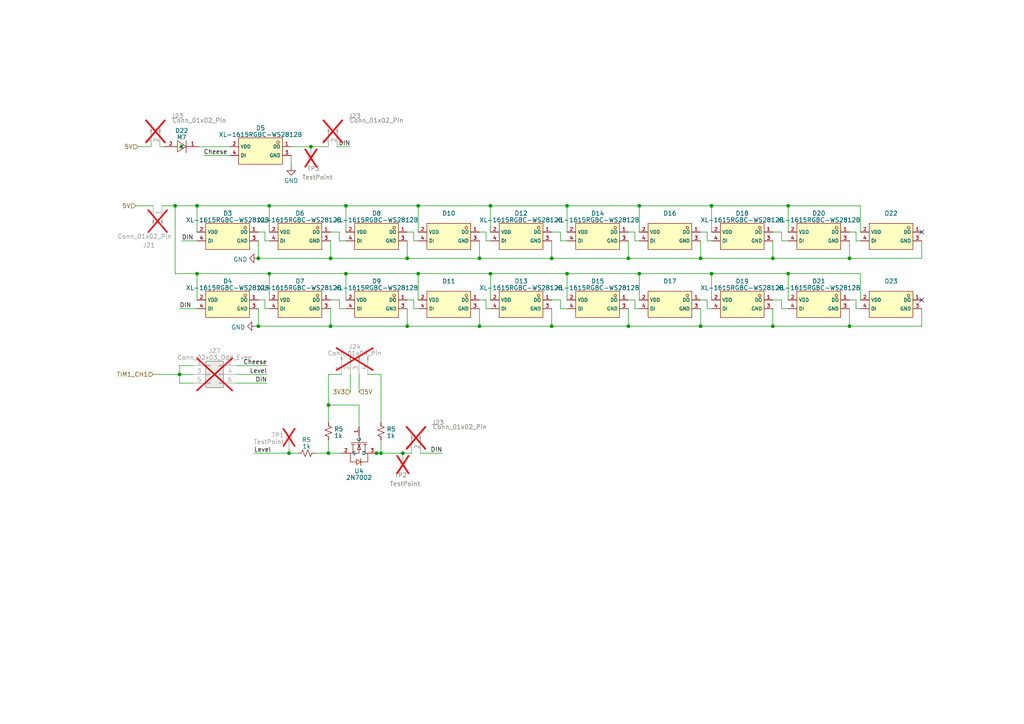
<source format=kicad_sch>
(kicad_sch (version 20230121) (generator eeschema)
  (paper "A4")
  (lib_symbols
    (symbol "Connector:Conn_01x02_Pin" (pin_names (offset 1.016) hide)
      (property "Reference" "J" (at 0 2.54 0))
      (property "Value" "Conn_01x02_Pin" (at 0 -5.08 0))
      (symbol "Conn_01x02_Pin_1_1"
        (polyline (pts (xy 1.27 -2.54) (xy 0.8636 -2.54)) (stroke (width 0.1524)))
        (polyline (pts (xy 1.27 0) (xy 0.8636 0)) (stroke (width 0.1524)))
        (rectangle (start 0.8636 -2.413) (end 0 -2.667) (stroke (width 0.1524)) (fill (type outline)))
        (rectangle (start 0.8636 0.127) (end 0 -0.127) (stroke (width 0.1524)) (fill (type outline)))
        (pin passive line (at 5.08 0 180) (length 3.81) (name "Pin_1") (number "1"))
        (pin passive line (at 5.08 -2.54 180) (length 3.81) (name "Pin_2") (number "2"))
      )
    )
    (symbol "Connector:Conn_01x04_Pin" (pin_names (offset 1.016) hide)
      (property "Reference" "J" (at 0 5.08 0))
      (property "Value" "Conn_01x04_Pin" (at 0 -7.62 0))
      (symbol "Conn_01x04_Pin_1_1"
        (polyline (pts (xy 1.27 -5.08) (xy 0.8636 -5.08)) (stroke (width 0.1524)))
        (polyline (pts (xy 1.27 -2.54) (xy 0.8636 -2.54)) (stroke (width 0.1524)))
        (polyline (pts (xy 1.27 0) (xy 0.8636 0)) (stroke (width 0.1524)))
        (polyline (pts (xy 1.27 2.54) (xy 0.8636 2.54)) (stroke (width 0.1524)))
        (rectangle (start 0.8636 -4.953) (end 0 -5.207) (stroke (width 0.1524)) (fill (type outline)))
        (rectangle (start 0.8636 -2.413) (end 0 -2.667) (stroke (width 0.1524)) (fill (type outline)))
        (rectangle (start 0.8636 0.127) (end 0 -0.127) (stroke (width 0.1524)) (fill (type outline)))
        (rectangle (start 0.8636 2.667) (end 0 2.413) (stroke (width 0.1524)) (fill (type outline)))
        (pin passive line (at 5.08 2.54 180) (length 3.81) (name "Pin_1") (number "1"))
        (pin passive line (at 5.08 0 180) (length 3.81) (name "Pin_2") (number "2"))
        (pin passive line (at 5.08 -2.54 180) (length 3.81) (name "Pin_3") (number "3"))
        (pin passive line (at 5.08 -5.08 180) (length 3.81) (name "Pin_4") (number "4"))
      )
    )
    (symbol "Connector:TestPoint" (pin_numbers hide) (pin_names (offset 0.762) hide)
      (property "Reference" "TP" (at 0 6.858 0))
      (property "Value" "TestPoint" (at 0 5.08 0))
      (symbol "TestPoint_0_1"
        (circle (center 0 3.302) (radius 0.762))
      )
      (symbol "TestPoint_1_1"
        (pin passive line (at 0 0 90) (length 2.54) (name "1") (number "1"))
      )
    )
    (symbol "Connector_Generic:Conn_02x03_Odd_Even" (pin_names (offset 1.016) hide)
      (property "Reference" "J" (at 1.27 5.08 0))
      (property "Value" "Conn_02x03_Odd_Even" (at 1.27 -5.08 0))
      (symbol "Conn_02x03_Odd_Even_1_1"
        (rectangle (start -1.27 -2.413) (end 0 -2.667) (stroke (width 0.1524)))
        (rectangle (start -1.27 0.127) (end 0 -0.127) (stroke (width 0.1524)))
        (rectangle (start -1.27 2.667) (end 0 2.413) (stroke (width 0.1524)))
        (rectangle (start -1.27 3.81) (end 3.81 -3.81) (stroke (width 0.254)) (fill (type background)))
        (rectangle (start 3.81 -2.413) (end 2.54 -2.667) (stroke (width 0.1524)))
        (rectangle (start 3.81 0.127) (end 2.54 -0.127) (stroke (width 0.1524)))
        (rectangle (start 3.81 2.667) (end 2.54 2.413) (stroke (width 0.1524)))
        (pin passive line (at -5.08 2.54 0) (length 3.81) (name "Pin_1") (number "1"))
        (pin passive line (at 7.62 2.54 180) (length 3.81) (name "Pin_2") (number "2"))
        (pin passive line (at -5.08 0 0) (length 3.81) (name "Pin_3") (number "3"))
        (pin passive line (at 7.62 0 180) (length 3.81) (name "Pin_4") (number "4"))
        (pin passive line (at -5.08 -2.54 0) (length 3.81) (name "Pin_5") (number "5"))
        (pin passive line (at 7.62 -2.54 180) (length 3.81) (name "Pin_6") (number "6"))
      )
    )
    (symbol "Device:R_Small_US" (pin_numbers hide) (pin_names (offset 0.254) hide)
      (property "Reference" "R" (at 0.762 0.508 0))
      (property "Value" "R_Small_US" (at 0.762 -1.016 0))
      (symbol "R_Small_US_1_1"
        (polyline (pts (xy 0 0) (xy 1.016 -0.381) (xy 0 -0.762) (xy -1.016 -1.143) (xy 0 -1.524)))
        (polyline (pts (xy 0 1.524) (xy 1.016 1.143) (xy 0 0.762) (xy -1.016 0.381) (xy 0 0)))
        (pin passive line (at 0 2.54 270) (length 1.016) (name "~") (number "1"))
        (pin passive line (at 0 -2.54 90) (length 1.016) (name "~") (number "2"))
      )
    )
    (symbol "EEE4022S:AO3400A"
      (property "Reference" "U" (at 0 1.27 0))
      (property "Value" "AO3400A" (at 0 -2.54 0))
      (symbol "AO3400A_0_1"
        (polyline (pts (xy -2.54 0) (xy -0.508 0)))
        (polyline (pts (xy -0.508 2.286) (xy -0.508 -2.286)))
        (polyline (pts (xy 0 -2.286) (xy 0 -1.27)))
        (polyline (pts (xy 0 -0.508) (xy 0 0.508)))
        (polyline (pts (xy 0 2.286) (xy 0 1.27)))
        (polyline (pts (xy 2.54 -1.778) (xy 0 -1.778)))
        (polyline (pts (xy 0 0) (xy 1.524 -0.508) (xy 1.524 0.508) (xy 0 0)) (fill (type background)))
        (polyline (pts (xy 5.08 0.508) (xy 4.318 -0.762) (xy 5.842 -0.762) (xy 5.08 0.508)) (fill (type background)))
        (polyline (pts (xy 6.096 0.508) (xy 5.588 0.508) (xy 4.572 0.508) (xy 4.064 0.508)))
        (polyline (pts (xy 0 0) (xy 2.54 0) (xy 2.54 -2.54) (xy 5.08 -2.54) (xy 5.08 -0.762)))
        (polyline (pts (xy 0 1.778) (xy 2.54 1.778) (xy 2.54 2.54) (xy 5.08 2.54) (xy 5.08 0.508)))
        (pin unspecified line (at -5.08 0 0) (length 2.54) (name "G") (number "1"))
        (pin unspecified line (at 2.54 -5.08 90) (length 2.54) (name "S") (number "2"))
        (pin unspecified line (at 2.54 5.08 270) (length 2.54) (name "D") (number "3"))
      )
    )
    (symbol "EEE4022S:M7_C95872"
      (property "Reference" "D" (at 0 1.27 0))
      (property "Value" "M7_C95872" (at 0 -2.54 0))
      (symbol "M7_C95872_0_1"
        (polyline (pts (xy -1.27 1.778) (xy -1.27 -1.778)))
        (polyline (pts (xy 1.27 1.524) (xy -1.27 0) (xy 1.27 -1.778) (xy 1.27 1.524)) (fill (type background)))
        (pin unspecified line (at -5.08 0 0) (length 3.81) (name "K") (number "1"))
        (pin unspecified line (at 5.08 0 180) (length 3.81) (name "A") (number "2"))
      )
    )
    (symbol "EEE4022S:XL-1615RGBC-WS2812B"
      (property "Reference" "D" (at 0 1.27 0))
      (property "Value" "XL-1615RGBC-WS2812B" (at 0 -2.54 0))
      (symbol "XL-1615RGBC-WS2812B_0_1"
        (rectangle (start -6.35 3.81) (end 6.35 -3.81) (fill (type background)))
        (circle (center -5.08 2.54) (radius 0.381) (fill (type background)))
        (pin unspecified line (at -8.89 1.27 0) (length 2.54) (name "DO") (number "1"))
        (pin unspecified line (at 8.89 1.27 180) (length 2.54) (name "VDD") (number "2"))
        (pin unspecified line (at -8.89 -1.27 0) (length 2.54) (name "GND") (number "3"))
        (pin unspecified line (at 8.89 -1.27 180) (length 2.54) (name "DI") (number "4"))
      )
    )
    (symbol "power:GND" (power) (pin_names (offset 0))
      (property "Value" "GND" (at 0 -3.81 0))
      (symbol "GND_0_1"
        (polyline (pts (xy 0 0) (xy 0 -1.27) (xy 1.27 -1.27) (xy 0 -2.54) (xy -1.27 -1.27) (xy 0 -1.27)))
      )
      (symbol "GND_1_1"
        (pin power_in line (at 0 0 270) (length 0) hide (name "GND") (number "1"))
      )
    )
  )
  (junction (at 246.38 74.93))
  (junction (at 246.38 94.615))
  (junction (at 95.885 74.93))
  (junction (at 74.93 94.615))
  (junction (at 142.24 59.69))
  (junction (at 160.02 94.615))
  (junction (at 228.6 59.69))
  (junction (at 50.8 59.69))
  (junction (at 142.24 79.375))
  (junction (at 83.82 131.445))
  (junction (at 185.42 79.375))
  (junction (at 121.285 59.69))
  (junction (at 160.02 74.93))
  (junction (at 224.155 74.93))
  (junction (at 74.93 74.93))
  (junction (at 110.49 131.445))
  (junction (at 206.375 79.375))
  (junction (at 78.105 59.69))
  (junction (at 164.465 79.375))
  (junction (at 139.065 94.615))
  (junction (at 164.465 59.69))
  (junction (at 228.6 79.375))
  (junction (at 206.375 59.69))
  (junction (at 95.885 94.615))
  (junction (at 100.33 79.375))
  (junction (at 116.84 131.445))
  (junction (at 109.22 131.445))
  (junction (at 78.105 79.375))
  (junction (at 52.07 108.585))
  (junction (at 182.245 94.615))
  (junction (at 118.11 94.615))
  (junction (at 185.42 59.69))
  (junction (at 100.33 59.69))
  (junction (at 118.11 74.93))
  (junction (at 203.2 94.615))
  (junction (at 224.155 94.615))
  (junction (at 90.17 42.545))
  (junction (at 95.25 131.445))
  (junction (at 57.15 59.69))
  (junction (at 182.245 74.93))
  (junction (at 57.15 79.375))
  (junction (at 139.065 74.93))
  (junction (at 203.2 74.93))
  (junction (at 121.285 79.375))
  (junction (at 95.25 117.475))
  (no_connect (at 267.335 86.995))
  (no_connect (at 267.335 67.31))
  (wire (pts (xy 50.8 59.69) (xy 50.8 79.375)))
  (wire (pts (xy 100.33 59.69) (xy 121.285 59.69)))
  (wire (pts (xy 140.97 86.995) (xy 140.97 89.535)))
  (wire (pts (xy 84.455 42.545) (xy 90.17 42.545)))
  (wire (pts (xy 97.79 42.545) (xy 101.6 42.545)))
  (wire (pts (xy 246.38 67.31) (xy 248.285 67.31)))
  (wire (pts (xy 228.6 59.69) (xy 228.6 67.31)))
  (wire (pts (xy 95.25 117.475) (xy 95.25 122.555)))
  (wire (pts (xy 78.105 59.69) (xy 78.105 67.31)))
  (wire (pts (xy 68.58 108.585) (xy 77.47 108.585)))
  (wire (pts (xy 267.335 94.615) (xy 246.38 94.615)))
  (wire (pts (xy 95.885 69.85) (xy 95.885 74.93)))
  (wire (pts (xy 74.93 74.93) (xy 95.885 74.93)))
  (wire (pts (xy 142.24 79.375) (xy 164.465 79.375)))
  (wire (pts (xy 46.99 59.69) (xy 50.8 59.69)))
  (wire (pts (xy 52.705 69.85) (xy 57.15 69.85)))
  (wire (pts (xy 110.49 108.585) (xy 110.49 122.555)))
  (wire (pts (xy 74.93 94.615) (xy 95.885 94.615)))
  (wire (pts (xy 205.105 67.31) (xy 205.105 69.85)))
  (wire (pts (xy 246.38 86.995) (xy 248.285 86.995)))
  (wire (pts (xy 118.11 94.615) (xy 139.065 94.615)))
  (wire (pts (xy 98.425 89.535) (xy 100.33 89.535)))
  (wire (pts (xy 104.14 113.665) (xy 104.14 108.585)))
  (wire (pts (xy 249.555 79.375) (xy 249.555 86.995)))
  (wire (pts (xy 228.6 79.375) (xy 228.6 86.995)))
  (wire (pts (xy 224.155 69.85) (xy 224.155 74.93)))
  (wire (pts (xy 110.49 131.445) (xy 116.84 131.445)))
  (wire (pts (xy 95.885 89.535) (xy 95.885 94.615)))
  (wire (pts (xy 46.355 42.545) (xy 47.625 42.545)))
  (wire (pts (xy 160.02 86.995) (xy 162.56 86.995)))
  (wire (pts (xy 185.42 59.69) (xy 206.375 59.69)))
  (wire (pts (xy 139.065 69.85) (xy 139.065 74.93)))
  (wire (pts (xy 74.93 69.85) (xy 74.93 74.93)))
  (wire (pts (xy 121.285 59.69) (xy 142.24 59.69)))
  (wire (pts (xy 121.285 79.375) (xy 142.24 79.375)))
  (wire (pts (xy 249.555 59.69) (xy 249.555 67.31)))
  (wire (pts (xy 184.15 69.85) (xy 185.42 69.85)))
  (wire (pts (xy 185.42 79.375) (xy 206.375 79.375)))
  (wire (pts (xy 95.885 74.93) (xy 118.11 74.93)))
  (wire (pts (xy 139.065 86.995) (xy 140.97 86.995)))
  (wire (pts (xy 76.835 67.31) (xy 76.835 69.85)))
  (wire (pts (xy 78.105 79.375) (xy 78.105 86.995)))
  (wire (pts (xy 162.56 89.535) (xy 164.465 89.535)))
  (wire (pts (xy 248.285 69.85) (xy 249.555 69.85)))
  (wire (pts (xy 160.02 74.93) (xy 182.245 74.93)))
  (wire (pts (xy 162.56 86.995) (xy 162.56 89.535)))
  (wire (pts (xy 140.97 67.31) (xy 140.97 69.85)))
  (wire (pts (xy 162.56 69.85) (xy 164.465 69.85)))
  (wire (pts (xy 142.24 59.69) (xy 142.24 67.31)))
  (wire (pts (xy 228.6 79.375) (xy 249.555 79.375)))
  (wire (pts (xy 57.15 79.375) (xy 78.105 79.375)))
  (wire (pts (xy 57.15 59.69) (xy 57.15 67.31)))
  (wire (pts (xy 116.84 131.445) (xy 119.38 131.445)))
  (wire (pts (xy 52.07 111.125) (xy 55.88 111.125)))
  (wire (pts (xy 142.24 59.69) (xy 164.465 59.69)))
  (wire (pts (xy 118.11 67.31) (xy 120.015 67.31)))
  (wire (pts (xy 206.375 86.995) (xy 206.375 79.375)))
  (wire (pts (xy 95.25 117.475) (xy 104.14 117.475)))
  (wire (pts (xy 99.06 108.585) (xy 95.25 108.585)))
  (wire (pts (xy 118.11 89.535) (xy 118.11 94.615)))
  (wire (pts (xy 57.15 79.375) (xy 50.8 79.375)))
  (wire (pts (xy 224.155 94.615) (xy 246.38 94.615)))
  (wire (pts (xy 76.835 69.85) (xy 78.105 69.85)))
  (wire (pts (xy 118.11 74.93) (xy 139.065 74.93)))
  (wire (pts (xy 95.25 127.635) (xy 95.25 131.445)))
  (wire (pts (xy 139.065 89.535) (xy 139.065 94.615)))
  (wire (pts (xy 121.92 131.445) (xy 128.27 131.445)))
  (wire (pts (xy 224.155 74.93) (xy 246.38 74.93)))
  (wire (pts (xy 184.15 86.995) (xy 184.15 89.535)))
  (wire (pts (xy 59.055 45.085) (xy 66.675 45.085)))
  (wire (pts (xy 140.97 69.85) (xy 142.24 69.85)))
  (wire (pts (xy 84.455 45.085) (xy 84.455 48.26)))
  (wire (pts (xy 95.885 86.995) (xy 98.425 86.995)))
  (wire (pts (xy 107.95 131.445) (xy 109.22 131.445)))
  (wire (pts (xy 101.6 113.665) (xy 101.6 108.585)))
  (wire (pts (xy 121.285 79.375) (xy 121.285 86.995)))
  (wire (pts (xy 224.155 86.995) (xy 226.695 86.995)))
  (wire (pts (xy 73.66 131.445) (xy 83.82 131.445)))
  (wire (pts (xy 267.335 69.85) (xy 267.335 74.93)))
  (wire (pts (xy 78.105 79.375) (xy 100.33 79.375)))
  (wire (pts (xy 267.335 74.93) (xy 246.38 74.93)))
  (wire (pts (xy 57.785 42.545) (xy 66.675 42.545)))
  (wire (pts (xy 160.02 94.615) (xy 182.245 94.615)))
  (wire (pts (xy 224.155 89.535) (xy 224.155 94.615)))
  (wire (pts (xy 44.45 108.585) (xy 52.07 108.585)))
  (wire (pts (xy 98.425 67.31) (xy 98.425 69.85)))
  (wire (pts (xy 118.11 69.85) (xy 118.11 74.93)))
  (wire (pts (xy 206.375 79.375) (xy 228.6 79.375)))
  (wire (pts (xy 185.42 59.69) (xy 185.42 67.31)))
  (wire (pts (xy 120.015 69.85) (xy 121.285 69.85)))
  (wire (pts (xy 68.58 111.125) (xy 77.47 111.125)))
  (wire (pts (xy 224.155 67.31) (xy 226.695 67.31)))
  (wire (pts (xy 203.2 67.31) (xy 205.105 67.31)))
  (wire (pts (xy 118.11 86.995) (xy 120.015 86.995)))
  (wire (pts (xy 52.07 89.535) (xy 57.15 89.535)))
  (wire (pts (xy 185.42 79.375) (xy 185.42 86.995)))
  (wire (pts (xy 164.465 79.375) (xy 185.42 79.375)))
  (wire (pts (xy 182.245 67.31) (xy 184.15 67.31)))
  (wire (pts (xy 184.15 89.535) (xy 185.42 89.535)))
  (wire (pts (xy 206.375 59.69) (xy 228.6 59.69)))
  (wire (pts (xy 100.33 79.375) (xy 121.285 79.375)))
  (wire (pts (xy 90.17 42.545) (xy 95.25 42.545)))
  (wire (pts (xy 142.24 79.375) (xy 142.24 86.995)))
  (wire (pts (xy 248.285 67.31) (xy 248.285 69.85)))
  (wire (pts (xy 203.2 69.85) (xy 203.2 74.93)))
  (wire (pts (xy 160.02 67.31) (xy 162.56 67.31)))
  (wire (pts (xy 164.465 79.375) (xy 164.465 86.995)))
  (wire (pts (xy 182.245 94.615) (xy 203.2 94.615)))
  (wire (pts (xy 52.07 108.585) (xy 52.07 111.125)))
  (wire (pts (xy 248.285 89.535) (xy 249.555 89.535)))
  (wire (pts (xy 76.835 86.995) (xy 76.835 89.535)))
  (wire (pts (xy 139.065 94.615) (xy 160.02 94.615)))
  (wire (pts (xy 110.49 127.635) (xy 110.49 131.445)))
  (wire (pts (xy 74.295 94.615) (xy 74.93 94.615)))
  (wire (pts (xy 162.56 67.31) (xy 162.56 69.85)))
  (wire (pts (xy 40.005 42.545) (xy 43.815 42.545)))
  (wire (pts (xy 164.465 59.69) (xy 185.42 59.69)))
  (wire (pts (xy 246.38 74.93) (xy 246.38 69.85)))
  (wire (pts (xy 160.02 89.535) (xy 160.02 94.615)))
  (wire (pts (xy 95.885 94.615) (xy 118.11 94.615)))
  (wire (pts (xy 205.105 89.535) (xy 206.375 89.535)))
  (wire (pts (xy 95.885 67.31) (xy 98.425 67.31)))
  (wire (pts (xy 106.68 108.585) (xy 110.49 108.585)))
  (wire (pts (xy 184.15 67.31) (xy 184.15 69.85)))
  (wire (pts (xy 203.2 94.615) (xy 224.155 94.615)))
  (wire (pts (xy 95.25 131.445) (xy 99.06 131.445)))
  (wire (pts (xy 100.33 79.375) (xy 100.33 86.995)))
  (wire (pts (xy 226.695 86.995) (xy 226.695 89.535)))
  (wire (pts (xy 120.015 67.31) (xy 120.015 69.85)))
  (wire (pts (xy 104.14 117.475) (xy 104.14 123.825)))
  (wire (pts (xy 76.835 89.535) (xy 78.105 89.535)))
  (wire (pts (xy 52.07 106.045) (xy 55.88 106.045)))
  (wire (pts (xy 95.25 108.585) (xy 95.25 117.475)))
  (wire (pts (xy 68.58 106.045) (xy 77.47 106.045)))
  (wire (pts (xy 246.38 94.615) (xy 246.38 89.535)))
  (wire (pts (xy 83.82 130.175) (xy 83.82 131.445)))
  (wire (pts (xy 203.2 89.535) (xy 203.2 94.615)))
  (wire (pts (xy 74.93 86.995) (xy 76.835 86.995)))
  (wire (pts (xy 83.82 131.445) (xy 86.36 131.445)))
  (wire (pts (xy 203.2 86.995) (xy 205.105 86.995)))
  (wire (pts (xy 206.375 67.31) (xy 206.375 59.69)))
  (wire (pts (xy 160.02 69.85) (xy 160.02 74.93)))
  (wire (pts (xy 39.37 59.69) (xy 44.45 59.69)))
  (wire (pts (xy 57.15 79.375) (xy 57.15 86.995)))
  (wire (pts (xy 226.695 67.31) (xy 226.695 69.85)))
  (wire (pts (xy 164.465 59.69) (xy 164.465 67.31)))
  (wire (pts (xy 52.07 108.585) (xy 55.88 108.585)))
  (wire (pts (xy 110.49 131.445) (xy 109.22 131.445)))
  (wire (pts (xy 139.065 74.93) (xy 160.02 74.93)))
  (wire (pts (xy 226.695 89.535) (xy 228.6 89.535)))
  (wire (pts (xy 205.105 69.85) (xy 206.375 69.85)))
  (wire (pts (xy 182.245 74.93) (xy 203.2 74.93)))
  (wire (pts (xy 203.2 74.93) (xy 224.155 74.93)))
  (wire (pts (xy 98.425 86.995) (xy 98.425 89.535)))
  (wire (pts (xy 91.44 131.445) (xy 95.25 131.445)))
  (wire (pts (xy 74.93 67.31) (xy 76.835 67.31)))
  (wire (pts (xy 100.33 59.69) (xy 100.33 67.31)))
  (wire (pts (xy 205.105 86.995) (xy 205.105 89.535)))
  (wire (pts (xy 248.285 86.995) (xy 248.285 89.535)))
  (wire (pts (xy 120.015 89.535) (xy 121.285 89.535)))
  (wire (pts (xy 50.8 59.69) (xy 57.15 59.69)))
  (wire (pts (xy 182.245 89.535) (xy 182.245 94.615)))
  (wire (pts (xy 78.105 59.69) (xy 100.33 59.69)))
  (wire (pts (xy 182.245 69.85) (xy 182.245 74.93)))
  (wire (pts (xy 74.93 89.535) (xy 74.93 94.615)))
  (wire (pts (xy 228.6 59.69) (xy 249.555 59.69)))
  (wire (pts (xy 57.15 59.69) (xy 78.105 59.69)))
  (wire (pts (xy 267.335 89.535) (xy 267.335 94.615)))
  (wire (pts (xy 121.285 59.69) (xy 121.285 67.31)))
  (wire (pts (xy 139.065 67.31) (xy 140.97 67.31)))
  (wire (pts (xy 52.07 108.585) (xy 52.07 106.045)))
  (wire (pts (xy 140.97 89.535) (xy 142.24 89.535)))
  (wire (pts (xy 182.245 86.995) (xy 184.15 86.995)))
  (wire (pts (xy 226.695 69.85) (xy 228.6 69.85)))
  (wire (pts (xy 98.425 69.85) (xy 100.33 69.85)))
  (wire (pts (xy 120.015 86.995) (xy 120.015 89.535)))
  (label "DIN" (at 77.47 111.125 180))
  (label "DIN" (at 128.27 131.445 180))
  (label "Level" (at 77.47 108.585 180))
  (label "Cheese" (at 59.055 45.085 0))
  (label "Level" (at 73.66 131.445 0))
  (label "DIN" (at 101.6 42.545 180))
  (label "DIN" (at 52.705 69.85 0))
  (label "Cheese" (at 77.47 106.045 180))
  (label "DIN" (at 52.07 89.535 0))
  (hierarchical_label "3V3" (shape input) (at 101.6 113.665 180))
  (hierarchical_label "5V" (shape input) (at 39.37 59.69 180))
  (hierarchical_label "5V" (shape input) (at 40.005 42.545 180))
  (hierarchical_label "TIM1_CH1" (shape input) (at 44.45 108.585 180))
  (hierarchical_label "5V" (shape input) (at 104.14 113.665 0))
  (symbol (lib_id "power:GND") (at 84.455 48.26 0) (unit 1)
    (property "Reference" "#PWR010" (effects hide))
    (property "Value" "GND" (at 84.455 52.3955 0))
    (instances (project "Retro Display Module" (path "" (reference "#PWR010") (unit 1)) (path "" (reference "#PWR021") (unit 1))) (project "Panelised_PD+Display" (path "" (reference "#PWR028") (unit 1))))
  )
  (symbol (lib_id "EEE4022S:XL-1615RGBC-WS2812B") (at 173.355 68.58 0) (mirror y) (unit 1)
    (property "Reference" "D14" (at 173.355 61.8871 0))
    (property "Value" "XL-1615RGBC-WS2812B" (at 173.355 63.8081 0))
    (property "Footprint" "Library:LED-SMD_4P-L1.6-W1.5_XL-1615RGBC-WS2812B" (effects hide))
    (property "Datasheet" "https://wmsc.lcsc.com/wmsc/upload/file/pdf/v2/lcsc/2402181501_XINGLIGHT-XL-1615RGBC-WS2812B_C5349954.pdf" (effects hide))
    (property "LCSC" "C5349954" (effects hide))
  )
  (symbol (lib_id "Connector:Conn_01x02_Pin") (at 46.99 64.77 270) (mirror x) (unit 1) (in_bom no) (dnp yes)
    (property "Reference" "J21" (at 43.18 71.12 90))
    (property "Value" "Conn_01x02_Pin" (at 41.91 68.58 90))
    (property "Footprint" "Connector_PinHeader_2.54mm:PinHeader_1x02_P2.54mm_Vertical" (effects hide))
    (instances (project "Retro Display Module" (path "" (reference "J21") (unit 1)) (path "" (reference "J26") (unit 1))) (project "USB PD" (path "" (reference "J9") (unit 1))) (project "Panelised_PD+Display" (path "" (reference "J36") (unit 1))))
  )
  (symbol (lib_id "EEE4022S:XL-1615RGBC-WS2812B") (at 86.995 88.265 0) (mirror y) (unit 1)
    (property "Reference" "D7" (at 86.995 81.5721 0))
    (property "Value" "XL-1615RGBC-WS2812B" (at 86.995 83.4931 0))
    (property "Footprint" "Library:LED-SMD_4P-L1.6-W1.5_XL-1615RGBC-WS2812B" (effects hide))
    (property "Datasheet" "https://wmsc.lcsc.com/wmsc/upload/file/pdf/v2/lcsc/2402181501_XINGLIGHT-XL-1615RGBC-WS2812B_C5349954.pdf" (effects hide))
    (property "LCSC" "C5349954" (effects hide))
  )
  (symbol (lib_id "EEE4022S:XL-1615RGBC-WS2812B") (at 215.265 68.58 0) (mirror y) (unit 1)
    (property "Reference" "D18" (at 215.265 61.8871 0))
    (property "Value" "XL-1615RGBC-WS2812B" (at 215.265 63.8081 0))
    (property "Footprint" "Library:LED-SMD_4P-L1.6-W1.5_XL-1615RGBC-WS2812B" (effects hide))
    (property "Datasheet" "https://wmsc.lcsc.com/wmsc/upload/file/pdf/v2/lcsc/2402181501_XINGLIGHT-XL-1615RGBC-WS2812B_C5349954.pdf" (effects hide))
    (property "LCSC" "C5349954" (effects hide))
  )
  (symbol (lib_id "power:GND") (at 74.93 74.93 270) (unit 1)
    (property "Reference" "#PWR02" (effects hide))
    (property "Value" "GND" (at 71.7551 75.2468 90) (effects (justify right)))
    (instances (project "Retro Display Module" (path "" (reference "#PWR02") (unit 1)) (path "" (reference "#PWR020") (unit 1))) (project "Panelised_PD+Display" (path "" (reference "#PWR027") (unit 1))))
  )
  (symbol (lib_id "EEE4022S:XL-1615RGBC-WS2812B") (at 66.04 88.265 0) (mirror y) (unit 1)
    (property "Reference" "D4" (at 66.04 81.5721 0))
    (property "Value" "XL-1615RGBC-WS2812B" (at 66.04 83.4931 0))
    (property "Footprint" "Library:LED-SMD_4P-L1.6-W1.5_XL-1615RGBC-WS2812B" (effects hide))
    (property "Datasheet" "https://wmsc.lcsc.com/wmsc/upload/file/pdf/v2/lcsc/2402181501_XINGLIGHT-XL-1615RGBC-WS2812B_C5349954.pdf" (effects hide))
    (property "LCSC" "C5349954" (effects hide))
  )
  (symbol (lib_id "EEE4022S:XL-1615RGBC-WS2812B") (at 258.445 68.58 0) (mirror y) (unit 1)
    (property "Reference" "D22" (at 258.445 61.8871 0))
    (property "Value" "XL-1615RGBC-WS2812B" (effects hide))
    (property "Footprint" "Library:LED-SMD_4P-L1.6-W1.5_XL-1615RGBC-WS2812B" (effects hide))
    (property "Datasheet" "https://wmsc.lcsc.com/wmsc/upload/file/pdf/v2/lcsc/2402181501_XINGLIGHT-XL-1615RGBC-WS2812B_C5349954.pdf" (effects hide))
    (property "LCSC" "C5349954" (effects hide))
  )
  (symbol (lib_id "EEE4022S:XL-1615RGBC-WS2812B") (at 151.13 68.58 0) (mirror y) (unit 1)
    (property "Reference" "D12" (at 151.13 61.8871 0))
    (property "Value" "XL-1615RGBC-WS2812B" (at 151.13 63.8081 0))
    (property "Footprint" "Library:LED-SMD_4P-L1.6-W1.5_XL-1615RGBC-WS2812B" (effects hide))
    (property "Datasheet" "https://wmsc.lcsc.com/wmsc/upload/file/pdf/v2/lcsc/2402181501_XINGLIGHT-XL-1615RGBC-WS2812B_C5349954.pdf" (effects hide))
    (property "LCSC" "C5349954" (effects hide))
  )
  (symbol (lib_id "EEE4022S:XL-1615RGBC-WS2812B") (at 109.22 68.58 0) (mirror y) (unit 1)
    (property "Reference" "D8" (at 109.22 61.8871 0))
    (property "Value" "XL-1615RGBC-WS2812B" (at 109.22 63.8081 0))
    (property "Footprint" "Library:LED-SMD_4P-L1.6-W1.5_XL-1615RGBC-WS2812B" (effects hide))
    (property "Datasheet" "https://wmsc.lcsc.com/wmsc/upload/file/pdf/v2/lcsc/2402181501_XINGLIGHT-XL-1615RGBC-WS2812B_C5349954.pdf" (effects hide))
    (property "LCSC" "C5349954" (effects hide))
  )
  (symbol (lib_id "EEE4022S:XL-1615RGBC-WS2812B") (at 258.445 88.265 0) (mirror y) (unit 1)
    (property "Reference" "D23" (at 258.445 81.5721 0))
    (property "Value" "XL-1615RGBC-WS2812B" (effects hide))
    (property "Footprint" "Library:LED-SMD_4P-L1.6-W1.5_XL-1615RGBC-WS2812B" (effects hide))
    (property "Datasheet" "https://wmsc.lcsc.com/wmsc/upload/file/pdf/v2/lcsc/2402181501_XINGLIGHT-XL-1615RGBC-WS2812B_C5349954.pdf" (effects hide))
    (property "LCSC" "C5349954" (effects hide))
  )
  (symbol (lib_id "EEE4022S:XL-1615RGBC-WS2812B") (at 66.04 68.58 0) (mirror y) (unit 1)
    (property "Reference" "D3" (at 66.04 61.8871 0))
    (property "Value" "XL-1615RGBC-WS2812B" (at 66.04 63.8081 0))
    (property "Footprint" "Library:LED-SMD_4P-L1.6-W1.5_XL-1615RGBC-WS2812B" (effects hide))
    (property "Datasheet" "https://wmsc.lcsc.com/wmsc/upload/file/pdf/v2/lcsc/2402181501_XINGLIGHT-XL-1615RGBC-WS2812B_C5349954.pdf" (effects hide))
    (property "LCSC" "C5349954" (effects hide))
  )
  (symbol (lib_id "EEE4022S:XL-1615RGBC-WS2812B") (at 109.22 88.265 0) (mirror y) (unit 1)
    (property "Reference" "D9" (at 109.22 81.5721 0))
    (property "Value" "XL-1615RGBC-WS2812B" (at 109.22 83.4931 0))
    (property "Footprint" "Library:LED-SMD_4P-L1.6-W1.5_XL-1615RGBC-WS2812B" (effects hide))
    (property "Datasheet" "https://wmsc.lcsc.com/wmsc/upload/file/pdf/v2/lcsc/2402181501_XINGLIGHT-XL-1615RGBC-WS2812B_C5349954.pdf" (effects hide))
    (property "LCSC" "C5349954" (effects hide))
  )
  (symbol (lib_id "Connector:Conn_01x02_Pin") (at 119.38 126.365 90) (mirror x) (unit 1) (in_bom no) (dnp yes)
    (property "Reference" "J23" (at 127 122.555 90))
    (property "Value" "Conn_01x02_Pin" (at 133.35 123.825 90))
    (property "Footprint" "Connector_PinHeader_2.54mm:PinHeader_1x02_P2.54mm_Vertical" (effects hide))
    (instances (project "Retro Display Module" (path "" (reference "J23") (unit 1)) (path "" (reference "J30") (unit 1))) (project "USB PD" (path "" (reference "J9") (unit 1))) (project "Panelised_PD+Display" (path "" (reference "J40") (unit 1))))
  )
  (symbol (lib_id "EEE4022S:M7_C95872") (at 52.705 42.545 180) (unit 1)
    (property "Reference" "D22" (at 52.705 37.8841 0))
    (property "Value" "M7" (at 52.705 39.8051 0))
    (property "Footprint" "Library:SMA_L4.3-W2.6-LS5.2-RD" (effects hide))
    (property "Datasheet" "https://wmsc.lcsc.com/wmsc/upload/file/pdf/v2/lcsc/2407101107_MDD-Microdiode-Semiconductor-M7_C95872.pdf" (effects hide))
    (property "LCSC" "C95872" (effects hide))
    (instances (project "Retro Display Module" (path "" (reference "D22") (unit 1)) (path "" (reference "D2") (unit 1))) (project "Panelised_PD+Display" (path "" (reference "D2") (unit 1))))
  )
  (symbol (lib_id "Device:R_Small_US") (at 110.49 125.095 180) (unit 1)
    (property "Reference" "R5" (at 112.141 124.4513 0) (effects (justify right)))
    (property "Value" "1k" (at 112.141 126.3723 0) (effects (justify right)))
    (property "Footprint" "Resistor_SMD:R_0805_2012Metric" (effects hide))
    (property "LCSC" "C17513" (effects hide))
    (instances (project "Retro Display Module" (path "" (reference "R5") (unit 1)) (path "" (reference "R18") (unit 1))) (project "Panelised_PD+Display" (path "" (reference "R21") (unit 1))))
  )
  (symbol (lib_id "Connector:TestPoint") (at 83.82 130.175 0) (mirror y) (unit 1) (in_bom no) (dnp yes)
    (property "Reference" "TP1" (at 82.423 126.2293 0) (effects (justify left)))
    (property "Value" "TestPoint" (at 82.423 128.1503 0) (effects (justify left)))
    (property "Footprint" "Library:TestPoint_THTPad_2.0x2.0mm_Drill1.0mm" (effects hide))
    (instances (project "Retro Display Module" (path "" (reference "TP1") (unit 1)) (path "" (reference "TP4") (unit 1))) (project "USB PD" (path "" (reference "TP1") (unit 1))) (project "Panelised_PD+Display" (path "" (reference "TP5") (unit 1))))
  )
  (symbol (lib_id "Connector:Conn_01x02_Pin") (at 43.815 37.465 90) (mirror x) (unit 1) (in_bom no) (dnp yes)
    (property "Reference" "J23" (at 51.435 33.655 90))
    (property "Value" "Conn_01x02_Pin" (at 57.785 34.925 90))
    (property "Footprint" "Connector_PinHeader_2.54mm:PinHeader_1x02_P2.54mm_Vertical" (effects hide))
    (instances (project "Retro Display Module" (path "" (reference "J23") (unit 1)) (path "" (reference "J25") (unit 1))) (project "USB PD" (path "" (reference "J9") (unit 1))) (project "Panelised_PD+Display" (path "" (reference "J35") (unit 1))))
  )
  (symbol (lib_id "EEE4022S:XL-1615RGBC-WS2812B") (at 194.31 68.58 0) (mirror y) (unit 1)
    (property "Reference" "D16" (at 194.31 61.8871 0))
    (property "Value" "XL-1615RGBC-WS2812B" (effects hide))
    (property "Footprint" "Library:LED-SMD_4P-L1.6-W1.5_XL-1615RGBC-WS2812B" (effects hide))
    (property "Datasheet" "https://wmsc.lcsc.com/wmsc/upload/file/pdf/v2/lcsc/2402181501_XINGLIGHT-XL-1615RGBC-WS2812B_C5349954.pdf" (effects hide))
    (property "LCSC" "C5349954" (effects hide))
  )
  (symbol (lib_id "Connector:TestPoint") (at 90.17 42.545 180) (unit 1) (in_bom no) (dnp yes)
    (property "Reference" "TP3" (at 92.71 48.895 0) (effects (justify left)))
    (property "Value" "TestPoint" (at 96.52 51.435 0) (effects (justify left)))
    (property "Footprint" "Library:TestPoint_THTPad_2.0x2.0mm_Drill1.0mm" (effects hide))
    (instances (project "Retro Display Module" (path "" (reference "TP3") (unit 1)) (path "" (reference "TP5") (unit 1))) (project "USB PD" (path "" (reference "TP1") (unit 1))) (project "Panelised_PD+Display" (path "" (reference "TP6") (unit 1))))
  )
  (symbol (lib_id "EEE4022S:XL-1615RGBC-WS2812B") (at 194.31 88.265 0) (mirror y) (unit 1)
    (property "Reference" "D17" (at 194.31 81.5721 0))
    (property "Value" "XL-1615RGBC-WS2812B" (effects hide))
    (property "Footprint" "Library:LED-SMD_4P-L1.6-W1.5_XL-1615RGBC-WS2812B" (effects hide))
    (property "Datasheet" "https://wmsc.lcsc.com/wmsc/upload/file/pdf/v2/lcsc/2402181501_XINGLIGHT-XL-1615RGBC-WS2812B_C5349954.pdf" (effects hide))
    (property "LCSC" "C5349954" (effects hide))
  )
  (symbol (lib_id "EEE4022S:XL-1615RGBC-WS2812B") (at 237.49 88.265 0) (mirror y) (unit 1)
    (property "Reference" "D21" (at 237.49 81.5721 0))
    (property "Value" "XL-1615RGBC-WS2812B" (at 237.49 83.4931 0))
    (property "Footprint" "Library:LED-SMD_4P-L1.6-W1.5_XL-1615RGBC-WS2812B" (effects hide))
    (property "Datasheet" "https://wmsc.lcsc.com/wmsc/upload/file/pdf/v2/lcsc/2402181501_XINGLIGHT-XL-1615RGBC-WS2812B_C5349954.pdf" (effects hide))
    (property "LCSC" "C5349954" (effects hide))
  )
  (symbol (lib_id "EEE4022S:XL-1615RGBC-WS2812B") (at 75.565 43.815 0) (mirror y) (unit 1)
    (property "Reference" "D5" (at 75.565 37.1221 0))
    (property "Value" "XL-1615RGBC-WS2812B" (at 75.565 39.0431 0))
    (property "Footprint" "Library:LED-SMD_4P-L1.6-W1.5_XL-1615RGBC-WS2812B" (effects hide))
    (property "Datasheet" "https://wmsc.lcsc.com/wmsc/upload/file/pdf/v2/lcsc/2402181501_XINGLIGHT-XL-1615RGBC-WS2812B_C5349954.pdf" (effects hide))
    (property "LCSC" "C5349954" (effects hide))
  )
  (symbol (lib_id "EEE4022S:XL-1615RGBC-WS2812B") (at 237.49 68.58 0) (mirror y) (unit 1)
    (property "Reference" "D20" (at 237.49 61.8871 0))
    (property "Value" "XL-1615RGBC-WS2812B" (at 237.49 63.8081 0))
    (property "Footprint" "Library:LED-SMD_4P-L1.6-W1.5_XL-1615RGBC-WS2812B" (effects hide))
    (property "Datasheet" "https://wmsc.lcsc.com/wmsc/upload/file/pdf/v2/lcsc/2402181501_XINGLIGHT-XL-1615RGBC-WS2812B_C5349954.pdf" (effects hide))
    (property "LCSC" "C5349954" (effects hide))
  )
  (symbol (lib_id "EEE4022S:XL-1615RGBC-WS2812B") (at 130.175 68.58 0) (mirror y) (unit 1)
    (property "Reference" "D10" (at 130.175 61.8871 0))
    (property "Value" "XL-1615RGBC-WS2812B" (effects hide))
    (property "Footprint" "Library:LED-SMD_4P-L1.6-W1.5_XL-1615RGBC-WS2812B" (effects hide))
    (property "Datasheet" "https://wmsc.lcsc.com/wmsc/upload/file/pdf/v2/lcsc/2402181501_XINGLIGHT-XL-1615RGBC-WS2812B_C5349954.pdf" (effects hide))
    (property "LCSC" "C5349954" (effects hide))
  )
  (symbol (lib_id "Connector:Conn_01x02_Pin") (at 95.25 37.465 90) (mirror x) (unit 1) (in_bom no) (dnp yes)
    (property "Reference" "J23" (at 102.87 33.655 90))
    (property "Value" "Conn_01x02_Pin" (at 109.22 34.925 90))
    (property "Footprint" "Connector_PinHeader_2.54mm:PinHeader_1x02_P2.54mm_Vertical" (effects hide))
    (instances (project "Retro Display Module" (path "" (reference "J23") (unit 1)) (path "" (reference "J28") (unit 1))) (project "USB PD" (path "" (reference "J9") (unit 1))) (project "Panelised_PD+Display" (path "" (reference "J38") (unit 1))))
  )
  (symbol (lib_id "EEE4022S:XL-1615RGBC-WS2812B") (at 173.355 88.265 0) (mirror y) (unit 1)
    (property "Reference" "D15" (at 173.355 81.5721 0))
    (property "Value" "XL-1615RGBC-WS2812B" (at 173.355 83.4931 0))
    (property "Footprint" "Library:LED-SMD_4P-L1.6-W1.5_XL-1615RGBC-WS2812B" (effects hide))
    (property "Datasheet" "https://wmsc.lcsc.com/wmsc/upload/file/pdf/v2/lcsc/2402181501_XINGLIGHT-XL-1615RGBC-WS2812B_C5349954.pdf" (effects hide))
    (property "LCSC" "C5349954" (effects hide))
  )
  (symbol (lib_id "Connector:TestPoint") (at 116.84 131.445 180) (unit 1) (in_bom no) (dnp yes)
    (property "Reference" "TP2" (at 118.11 137.795 0) (effects (justify left)))
    (property "Value" "TestPoint" (at 121.92 140.335 0) (effects (justify left)))
    (property "Footprint" "Library:TestPoint_THTPad_2.0x2.0mm_Drill1.0mm" (effects hide))
    (instances (project "Retro Display Module" (path "" (reference "TP2") (unit 1)) (path "" (reference "TP6") (unit 1))) (project "USB PD" (path "" (reference "TP1") (unit 1))) (project "Panelised_PD+Display" (path "" (reference "TP7") (unit 1))))
  )
  (symbol (lib_id "Device:R_Small_US") (at 95.25 125.095 180) (unit 1)
    (property "Reference" "R5" (at 96.901 124.4513 0) (effects (justify right)))
    (property "Value" "1k" (at 96.901 126.3723 0) (effects (justify right)))
    (property "Footprint" "Resistor_SMD:R_0805_2012Metric" (effects hide))
    (property "LCSC" "C17513" (effects hide))
    (instances (project "Retro Display Module" (path "" (reference "R5") (unit 1)) (path "" (reference "R17") (unit 1))) (project "Panelised_PD+Display" (path "" (reference "R20") (unit 1))))
  )
  (symbol (lib_id "Connector:Conn_01x04_Pin") (at 101.6 103.505 90) (mirror x) (unit 1) (in_bom no) (dnp yes)
    (property "Reference" "J24" (at 102.87 100.5459 90))
    (property "Value" "Conn_01x04_Pin" (at 102.87 102.4669 90))
    (property "Footprint" "Connector_PinHeader_2.54mm:PinHeader_1x04_P2.54mm_Vertical" (effects hide))
    (instances (project "Retro Display Module" (path "" (reference "J24") (unit 1)) (path "" (reference "J29") (unit 1))) (project "Panelised_PD+Display" (path "" (reference "J39") (unit 1))))
  )
  (symbol (lib_id "Connector_Generic:Conn_02x03_Odd_Even") (at 60.96 108.585 0) (unit 1) (in_bom no) (dnp yes)
    (property "Reference" "J27" (at 62.23 101.7651 0))
    (property "Value" "Conn_02x03_Odd_Even" (at 62.23 103.6861 0))
    (property "Footprint" "Connector_PinHeader_2.54mm:PinHeader_2x03_P2.54mm_Vertical" (effects hide))
    (instances (project "Retro Display Module" (path "" (reference "J27") (unit 1))) (project "Panelised_PD+Display" (path "" (reference "J37") (unit 1))))
  )
  (symbol (lib_id "power:GND") (at 74.295 94.615 270) (unit 1)
    (property "Reference" "#PWR02" (effects hide))
    (property "Value" "GND" (at 71.1201 94.9318 90) (effects (justify right)))
    (instances (project "Retro Display Module" (path "" (reference "#PWR02") (unit 1)) (path "" (reference "#PWR019") (unit 1))) (project "Panelised_PD+Display" (path "" (reference "#PWR026") (unit 1))))
  )
  (symbol (lib_id "Device:R_Small_US") (at 88.9 131.445 270) (unit 1)
    (property "Reference" "R5" (at 88.9 127.5461 90))
    (property "Value" "1k" (at 88.9 129.4671 90))
    (property "Footprint" "Resistor_SMD:R_0805_2012Metric" (effects hide))
    (property "LCSC" "C17513" (effects hide))
    (instances (project "Retro Display Module" (path "" (reference "R5") (unit 1)) (path "" (reference "R16") (unit 1))) (project "Panelised_PD+Display" (path "" (reference "R19") (unit 1))))
  )
  (symbol (lib_id "EEE4022S:XL-1615RGBC-WS2812B") (at 130.175 88.265 0) (mirror y) (unit 1)
    (property "Reference" "D11" (at 130.175 81.5721 0))
    (property "Value" "XL-1615RGBC-WS2812B" (effects hide))
    (property "Footprint" "Library:LED-SMD_4P-L1.6-W1.5_XL-1615RGBC-WS2812B" (effects hide))
    (property "Datasheet" "https://wmsc.lcsc.com/wmsc/upload/file/pdf/v2/lcsc/2402181501_XINGLIGHT-XL-1615RGBC-WS2812B_C5349954.pdf" (effects hide))
    (property "LCSC" "C5349954" (effects hide))
  )
  (symbol (lib_id "EEE4022S:XL-1615RGBC-WS2812B") (at 215.265 88.265 0) (mirror y) (unit 1)
    (property "Reference" "D19" (at 215.265 81.5721 0))
    (property "Value" "XL-1615RGBC-WS2812B" (at 215.265 83.4931 0))
    (property "Footprint" "Library:LED-SMD_4P-L1.6-W1.5_XL-1615RGBC-WS2812B" (effects hide))
    (property "Datasheet" "https://wmsc.lcsc.com/wmsc/upload/file/pdf/v2/lcsc/2402181501_XINGLIGHT-XL-1615RGBC-WS2812B_C5349954.pdf" (effects hide))
    (property "LCSC" "C5349954" (effects hide))
  )
  (symbol (lib_id "EEE4022S:XL-1615RGBC-WS2812B") (at 151.13 88.265 0) (mirror y) (unit 1)
    (property "Reference" "D13" (at 151.13 81.5721 0))
    (property "Value" "XL-1615RGBC-WS2812B" (at 151.13 83.4931 0))
    (property "Footprint" "Library:LED-SMD_4P-L1.6-W1.5_XL-1615RGBC-WS2812B" (effects hide))
    (property "Datasheet" "https://wmsc.lcsc.com/wmsc/upload/file/pdf/v2/lcsc/2402181501_XINGLIGHT-XL-1615RGBC-WS2812B_C5349954.pdf" (effects hide))
    (property "LCSC" "C5349954" (effects hide))
  )
  (symbol (lib_id "EEE4022S:XL-1615RGBC-WS2812B") (at 86.995 68.58 0) (mirror y) (unit 1)
    (property "Reference" "D6" (at 86.995 61.8871 0))
    (property "Value" "XL-1615RGBC-WS2812B" (at 86.995 63.8081 0))
    (property "Footprint" "Library:LED-SMD_4P-L1.6-W1.5_XL-1615RGBC-WS2812B" (effects hide))
    (property "Datasheet" "https://wmsc.lcsc.com/wmsc/upload/file/pdf/v2/lcsc/2402181501_XINGLIGHT-XL-1615RGBC-WS2812B_C5349954.pdf" (effects hide))
    (property "LCSC" "C5349954" (effects hide))
  )
  (symbol (lib_id "EEE4022S:AO3400A") (at 104.14 128.905 270) (unit 1)
    (property "Reference" "U4" (at 104.14 136.5965 90))
    (property "Value" "2N7002" (at 104.14 138.5175 90))
    (property "Footprint" "Library:SOT-23-3_L2.9-W1.3-P1.90-LS2.4-BR" (effects hide))
    (property "Datasheet" "https://wmsc.lcsc.com/wmsc/upload/file/pdf/v2/lcsc/2304140030_Jiangsu-Changjing-Electronics-Technology-Co---Ltd--2N7002_C8545.pdf" (effects hide))
    (property "LCSC" "C8545" (effects hide))
    (instances (project "Retro Display Module" (path "" (reference "U4") (unit 1)) (path "" (reference "U9") (unit 1))) (project "Panelised_PD+Display" (path "" (reference "U11") (unit 1))))
  )
)
</source>
